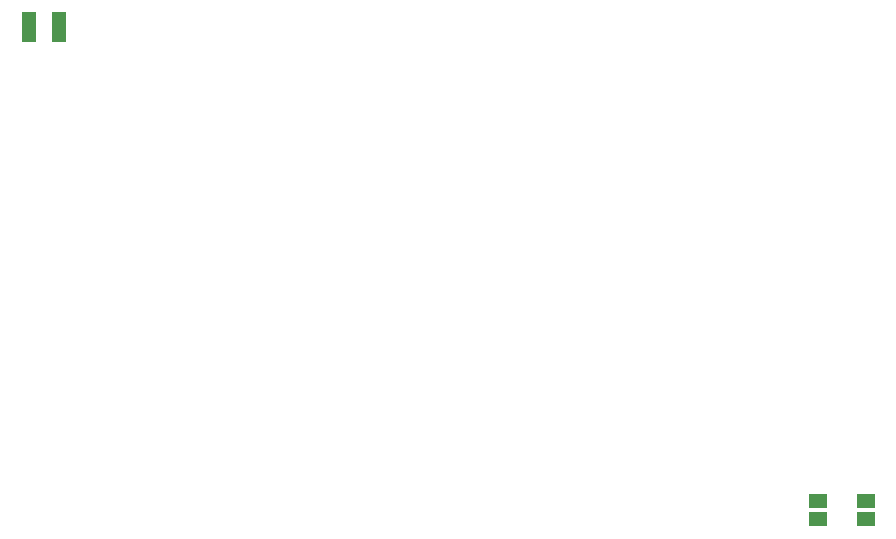
<source format=gbr>
G04 EAGLE Gerber RS-274X export*
G75*
%MOMM*%
%FSLAX34Y34*%
%LPD*%
%INSolderpaste Top*%
%IPPOS*%
%AMOC8*
5,1,8,0,0,1.08239X$1,22.5*%
G01*
%ADD10R,1.270000X2.540000*%
%ADD11R,1.600200X1.168400*%


D10*
X254000Y812800D03*
X279400Y812800D03*
D11*
X962660Y396240D03*
X962660Y411480D03*
X922020Y396240D03*
X922020Y411480D03*
M02*

</source>
